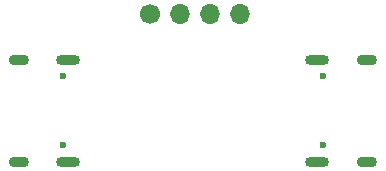
<source format=gbs>
G04 #@! TF.GenerationSoftware,KiCad,Pcbnew,(5.1.10)-1*
G04 #@! TF.CreationDate,2021-10-03T11:45:08+02:00*
G04 #@! TF.ProjectId,PPK2-USB_C-Adapter_v1.0,50504b32-2d55-4534-925f-432d41646170,1.0*
G04 #@! TF.SameCoordinates,Original*
G04 #@! TF.FileFunction,Soldermask,Bot*
G04 #@! TF.FilePolarity,Negative*
%FSLAX46Y46*%
G04 Gerber Fmt 4.6, Leading zero omitted, Abs format (unit mm)*
G04 Created by KiCad (PCBNEW (5.1.10)-1) date 2021-10-03 11:45:08*
%MOMM*%
%LPD*%
G01*
G04 APERTURE LIST*
%ADD10C,1.700000*%
%ADD11O,1.700000X1.700000*%
%ADD12C,0.600000*%
%ADD13O,1.700000X0.900000*%
%ADD14O,2.000000X0.900000*%
G04 APERTURE END LIST*
D10*
X119062500Y-82423000D03*
D11*
X121602500Y-82423000D03*
X124142500Y-82423000D03*
X126682500Y-82423000D03*
D12*
X133736420Y-93461320D03*
X133736420Y-87681320D03*
D13*
X137426420Y-86251320D03*
X137426420Y-94891320D03*
D14*
X133256420Y-86251320D03*
X133256420Y-94891320D03*
X112186320Y-86251320D03*
X112186320Y-94891320D03*
D13*
X108016320Y-86251320D03*
X108016320Y-94891320D03*
D12*
X111706320Y-93461320D03*
X111706320Y-87681320D03*
M02*

</source>
